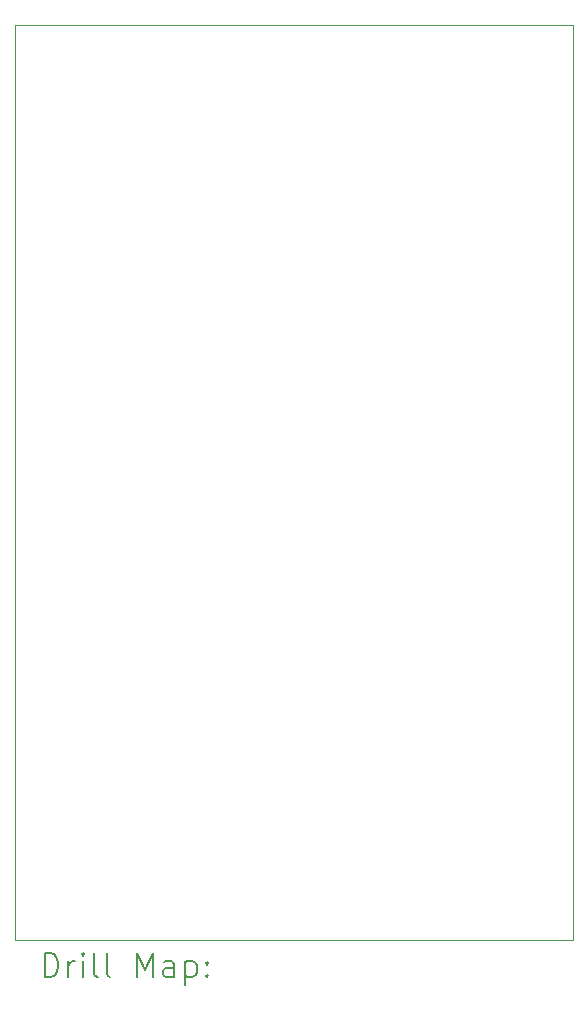
<source format=gbr>
%TF.GenerationSoftware,KiCad,Pcbnew,7.0.5-7.0.5~ubuntu22.04.1*%
%TF.CreationDate,2023-08-20T16:34:46-07:00*%
%TF.ProjectId,terminal_strip_adaptor,7465726d-696e-4616-9c5f-73747269705f,rev?*%
%TF.SameCoordinates,Original*%
%TF.FileFunction,Drillmap*%
%TF.FilePolarity,Positive*%
%FSLAX45Y45*%
G04 Gerber Fmt 4.5, Leading zero omitted, Abs format (unit mm)*
G04 Created by KiCad (PCBNEW 7.0.5-7.0.5~ubuntu22.04.1) date 2023-08-20 16:34:46*
%MOMM*%
%LPD*%
G01*
G04 APERTURE LIST*
%ADD10C,0.100000*%
%ADD11C,0.200000*%
G04 APERTURE END LIST*
D10*
X15240000Y-4673600D02*
X19964400Y-4673600D01*
X19964400Y-12420600D01*
X15240000Y-12420600D01*
X15240000Y-4673600D01*
D11*
X15495777Y-12737084D02*
X15495777Y-12537084D01*
X15495777Y-12537084D02*
X15543396Y-12537084D01*
X15543396Y-12537084D02*
X15571967Y-12546608D01*
X15571967Y-12546608D02*
X15591015Y-12565655D01*
X15591015Y-12565655D02*
X15600539Y-12584703D01*
X15600539Y-12584703D02*
X15610062Y-12622798D01*
X15610062Y-12622798D02*
X15610062Y-12651369D01*
X15610062Y-12651369D02*
X15600539Y-12689465D01*
X15600539Y-12689465D02*
X15591015Y-12708512D01*
X15591015Y-12708512D02*
X15571967Y-12727560D01*
X15571967Y-12727560D02*
X15543396Y-12737084D01*
X15543396Y-12737084D02*
X15495777Y-12737084D01*
X15695777Y-12737084D02*
X15695777Y-12603750D01*
X15695777Y-12641846D02*
X15705301Y-12622798D01*
X15705301Y-12622798D02*
X15714824Y-12613274D01*
X15714824Y-12613274D02*
X15733872Y-12603750D01*
X15733872Y-12603750D02*
X15752920Y-12603750D01*
X15819586Y-12737084D02*
X15819586Y-12603750D01*
X15819586Y-12537084D02*
X15810062Y-12546608D01*
X15810062Y-12546608D02*
X15819586Y-12556131D01*
X15819586Y-12556131D02*
X15829110Y-12546608D01*
X15829110Y-12546608D02*
X15819586Y-12537084D01*
X15819586Y-12537084D02*
X15819586Y-12556131D01*
X15943396Y-12737084D02*
X15924348Y-12727560D01*
X15924348Y-12727560D02*
X15914824Y-12708512D01*
X15914824Y-12708512D02*
X15914824Y-12537084D01*
X16048158Y-12737084D02*
X16029110Y-12727560D01*
X16029110Y-12727560D02*
X16019586Y-12708512D01*
X16019586Y-12708512D02*
X16019586Y-12537084D01*
X16276729Y-12737084D02*
X16276729Y-12537084D01*
X16276729Y-12537084D02*
X16343396Y-12679941D01*
X16343396Y-12679941D02*
X16410062Y-12537084D01*
X16410062Y-12537084D02*
X16410062Y-12737084D01*
X16591015Y-12737084D02*
X16591015Y-12632322D01*
X16591015Y-12632322D02*
X16581491Y-12613274D01*
X16581491Y-12613274D02*
X16562443Y-12603750D01*
X16562443Y-12603750D02*
X16524348Y-12603750D01*
X16524348Y-12603750D02*
X16505301Y-12613274D01*
X16591015Y-12727560D02*
X16571967Y-12737084D01*
X16571967Y-12737084D02*
X16524348Y-12737084D01*
X16524348Y-12737084D02*
X16505301Y-12727560D01*
X16505301Y-12727560D02*
X16495777Y-12708512D01*
X16495777Y-12708512D02*
X16495777Y-12689465D01*
X16495777Y-12689465D02*
X16505301Y-12670417D01*
X16505301Y-12670417D02*
X16524348Y-12660893D01*
X16524348Y-12660893D02*
X16571967Y-12660893D01*
X16571967Y-12660893D02*
X16591015Y-12651369D01*
X16686253Y-12603750D02*
X16686253Y-12803750D01*
X16686253Y-12613274D02*
X16705301Y-12603750D01*
X16705301Y-12603750D02*
X16743396Y-12603750D01*
X16743396Y-12603750D02*
X16762443Y-12613274D01*
X16762443Y-12613274D02*
X16771967Y-12622798D01*
X16771967Y-12622798D02*
X16781491Y-12641846D01*
X16781491Y-12641846D02*
X16781491Y-12698988D01*
X16781491Y-12698988D02*
X16771967Y-12718036D01*
X16771967Y-12718036D02*
X16762443Y-12727560D01*
X16762443Y-12727560D02*
X16743396Y-12737084D01*
X16743396Y-12737084D02*
X16705301Y-12737084D01*
X16705301Y-12737084D02*
X16686253Y-12727560D01*
X16867205Y-12718036D02*
X16876729Y-12727560D01*
X16876729Y-12727560D02*
X16867205Y-12737084D01*
X16867205Y-12737084D02*
X16857682Y-12727560D01*
X16857682Y-12727560D02*
X16867205Y-12718036D01*
X16867205Y-12718036D02*
X16867205Y-12737084D01*
X16867205Y-12613274D02*
X16876729Y-12622798D01*
X16876729Y-12622798D02*
X16867205Y-12632322D01*
X16867205Y-12632322D02*
X16857682Y-12622798D01*
X16857682Y-12622798D02*
X16867205Y-12613274D01*
X16867205Y-12613274D02*
X16867205Y-12632322D01*
M02*

</source>
